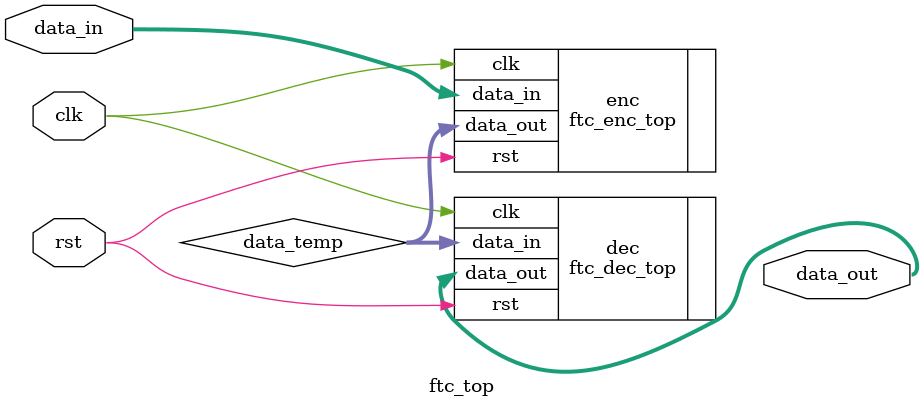
<source format=v>
module ftc_top(clk,
					rst,
					data_in,
					data_out);										
input clk,rst;

input [31:0] data_in;

output [31:0] data_out;

//wire [31:0] data_in;
wire [43:0] data_temp; 

// Instances 

ftc_enc_top enc(.clk(clk),.rst(rst),.data_in(data_in),.data_out(data_temp));
ftc_dec_top dec(.clk(clk),.rst(rst),.data_in(data_temp),.data_out(data_out));

endmodule

</source>
